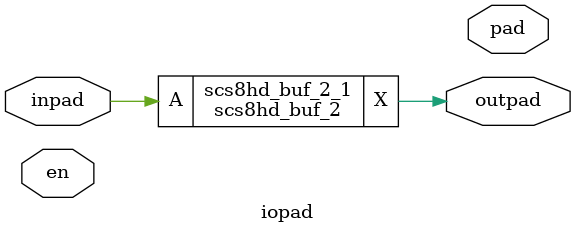
<source format=v>
(* blackbox *)
module scs8hd_inv_1 (input A, output Y); endmodule
(* blackbox *)
module scs8hd_inv_2 (input A, output Y); endmodule
(* blackbox *)
module scs8hd_inv_4 (input A, output Y); endmodule
(* blackbox *)
module scs8hd_buf_1(input A, output X); endmodule
(* blackbox *)
module scs8hd_buf_2(input A, output X); endmodule
(* blackbox *)
module scs8hd_buf_4(input A, output X); endmodule
(* blackbox *)
module scs8hd_or2_1(input A, input B, output X); endmodule
(* blackbox *)
module scs8hd_mux2_1(input A0, input A1, input S, output X); endmodule
(* blackbox *)
module scs8hd_dfrtp_1(input CLK, input D, input RESETB, output Q); endmodule
(* blackbox *)
module scs8hd_dfrbp_1(input CLK, input D, input RESETB, output Q, output QN); endmodule

module iopad(input en, input inpad, output outpad, output pad);
  (* blackbox *)
  scs8hd_buf_2 scs8hd_buf_2_1(.A(inpad),.X(outpad));
endmodule

</source>
